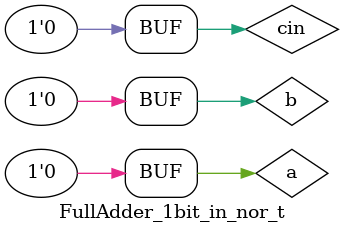
<source format=v>
`timescale 1ns/1ps

module FullAdder_1bit_in_nor_t;
reg a = 1'b0;
reg b = 1'b0;
reg cin = 1'b0;
wire sum;
wire cout;

FullAdder_1bit_in_nor fa_1bit_in_nor (
    .sum(sum),
    .cout(cout),
    .a(a),
    .b(b),
    .cin(cin)
);

initial begin 
    repeat (2 ** 2) begin
        #1 {a, b} = {a, b} + 1'b1;
        #1 cin = cin + 1'b1;
    end
end

endmodule
</source>
